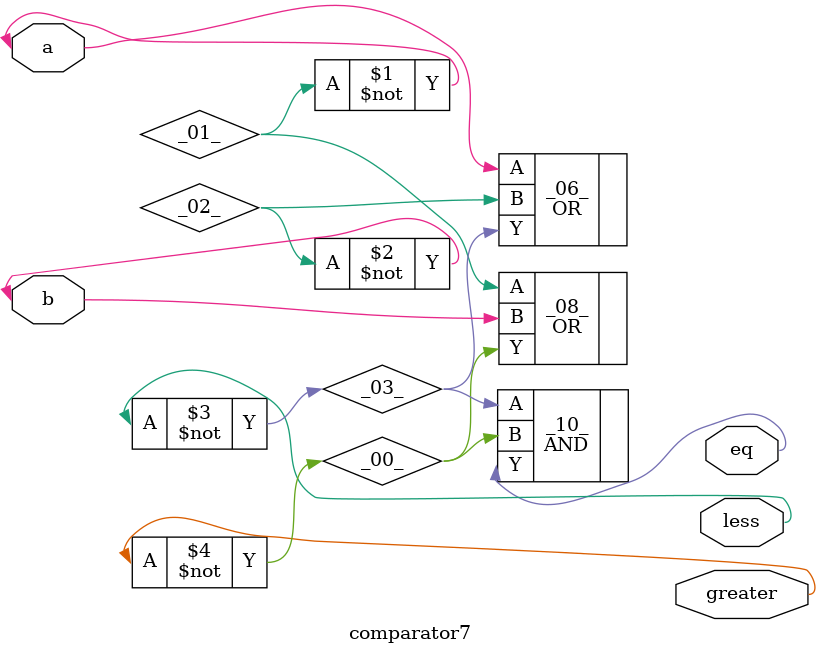
<source format=v>
/* Generated by Yosys 0.41+83 (git sha1 7045cf509, x86_64-w64-mingw32-g++ 13.2.1 -Os) */

/* cells_not_processed =  1  */
/* src = "comparator7.v:1.1-15.10" */
module comparator7(a, b, eq, greater, less);
  wire _00_;
  wire _01_;
  wire _02_;
  wire _03_;
  /* src = "comparator7.v:2.11-2.12" */
  input a;
  wire a;
  /* src = "comparator7.v:3.11-3.12" */
  input b;
  wire b;
  /* src = "comparator7.v:4.16-4.18" */
  output eq;
  wire eq;
  /* src = "comparator7.v:5.16-5.23" */
  output greater;
  wire greater;
  /* src = "comparator7.v:6.16-6.20" */
  output less;
  wire less;
  not _04_ (
    .A(a),
    .Y(_01_)
  );
  not _05_ (
    .A(b),
    .Y(_02_)
  );
  OR _06_ (
    .A(a),
    .B(_02_),
    .Y(_03_)
  );
  not _07_ (
    .A(_03_),
    .Y(less)
  );
  OR _08_ (
    .A(_01_),
    .B(b),
    .Y(_00_)
  );
  not _09_ (
    .A(_00_),
    .Y(greater)
  );
  AND _10_ (
    .A(_03_),
    .B(_00_),
    .Y(eq)
  );
endmodule

</source>
